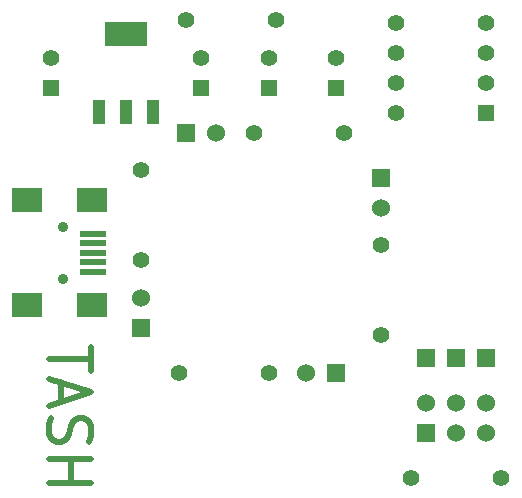
<source format=gts>
G04 (created by PCBNEW (2013-07-07 BZR 4022)-stable) date 12/11/2014 2:45:24 AM*
%MOIN*%
G04 Gerber Fmt 3.4, Leading zero omitted, Abs format*
%FSLAX34Y34*%
G01*
G70*
G90*
G04 APERTURE LIST*
%ADD10C,0.00590551*%
%ADD11C,0.019685*%
%ADD12R,0.0906X0.0197*%
%ADD13R,0.0984X0.0787*%
%ADD14C,0.0354*%
%ADD15R,0.144X0.08*%
%ADD16R,0.04X0.08*%
%ADD17C,0.055*%
%ADD18R,0.06X0.06*%
%ADD19C,0.06*%
%ADD20R,0.055X0.055*%
G04 APERTURE END LIST*
G54D10*
G54D11*
X72820Y-54637D02*
X72820Y-55425D01*
X71442Y-55031D02*
X72820Y-55031D01*
X71835Y-55818D02*
X71835Y-56475D01*
X71442Y-55687D02*
X72820Y-56146D01*
X71442Y-56606D01*
X71507Y-57000D02*
X71442Y-57196D01*
X71442Y-57524D01*
X71507Y-57656D01*
X71573Y-57721D01*
X71704Y-57787D01*
X71835Y-57787D01*
X71967Y-57721D01*
X72032Y-57656D01*
X72098Y-57524D01*
X72164Y-57262D01*
X72229Y-57131D01*
X72295Y-57065D01*
X72426Y-57000D01*
X72557Y-57000D01*
X72688Y-57065D01*
X72754Y-57131D01*
X72820Y-57262D01*
X72820Y-57590D01*
X72754Y-57787D01*
X71442Y-58377D02*
X72820Y-58377D01*
X72164Y-58377D02*
X72164Y-59165D01*
X71442Y-59165D02*
X72820Y-59165D01*
G54D12*
X72908Y-50870D03*
X72908Y-51185D03*
X72908Y-51500D03*
X72908Y-51815D03*
X72908Y-52130D03*
G54D13*
X72869Y-49748D03*
X70704Y-49748D03*
X72869Y-53252D03*
X70704Y-53252D03*
G54D14*
X71885Y-50634D03*
X71885Y-52366D03*
G54D15*
X74000Y-44200D03*
G54D16*
X74000Y-46800D03*
X74900Y-46800D03*
X73100Y-46800D03*
G54D17*
X78750Y-55500D03*
X75750Y-55500D03*
X82500Y-51250D03*
X82500Y-54250D03*
X78250Y-47500D03*
X81250Y-47500D03*
X74500Y-51750D03*
X74500Y-48750D03*
X83500Y-59000D03*
X86500Y-59000D03*
X76000Y-43750D03*
X79000Y-43750D03*
G54D18*
X84000Y-57500D03*
G54D19*
X84000Y-56500D03*
X85000Y-57500D03*
X85000Y-56500D03*
X86000Y-57500D03*
X86000Y-56500D03*
G54D18*
X82500Y-49000D03*
G54D19*
X82500Y-50000D03*
G54D18*
X76000Y-47500D03*
G54D19*
X77000Y-47500D03*
G54D18*
X74500Y-54000D03*
G54D19*
X74500Y-53000D03*
G54D18*
X81000Y-55500D03*
G54D19*
X80000Y-55500D03*
G54D18*
X85000Y-55000D03*
X86000Y-55000D03*
X84000Y-55000D03*
G54D20*
X78750Y-46000D03*
G54D17*
X78750Y-45000D03*
G54D20*
X76500Y-46000D03*
G54D17*
X76500Y-45000D03*
G54D20*
X71500Y-46000D03*
G54D17*
X71500Y-45000D03*
G54D20*
X81000Y-46000D03*
G54D17*
X81000Y-45000D03*
G54D20*
X86000Y-46850D03*
G54D17*
X86000Y-45850D03*
X86000Y-44850D03*
X86000Y-43850D03*
X83000Y-43850D03*
X83000Y-44850D03*
X83000Y-45850D03*
X83000Y-46850D03*
M02*

</source>
